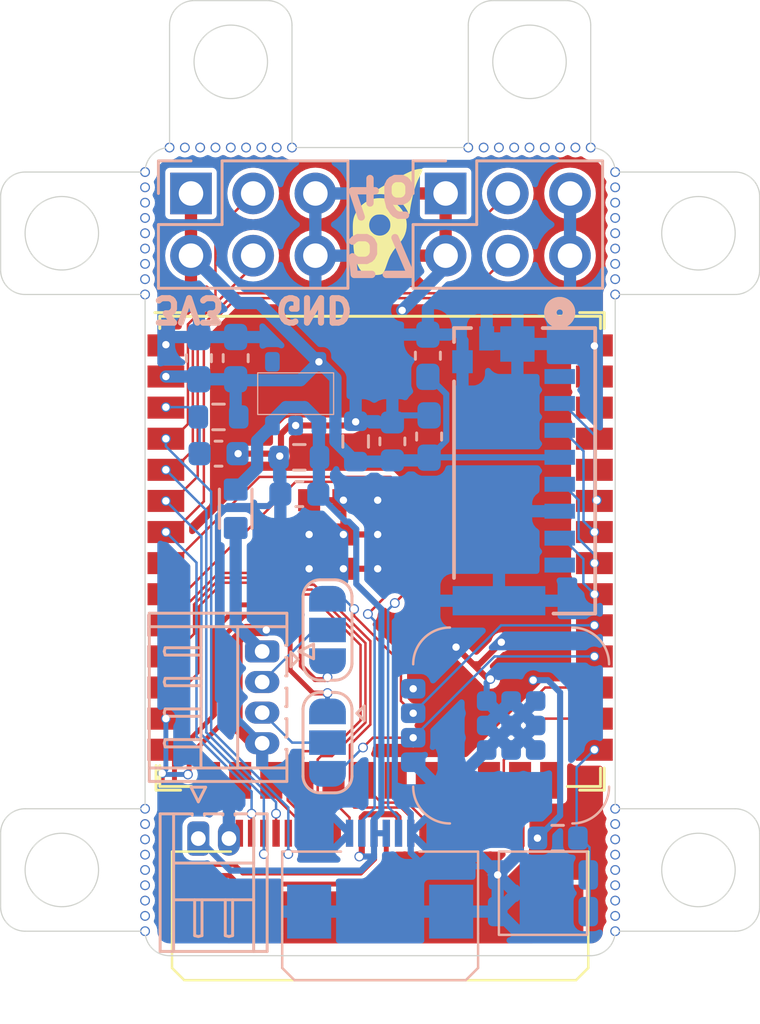
<source format=kicad_pcb>
(kicad_pcb (version 20240108) (generator "pcbnew") (generator_version "8.0")
  (layers (0 "F.Cu" signal) (31 "B.Cu" signal) (34 "B.Paste" user) (35 "F.Paste" user) (36 "B.SilkS" user "B.Silkscreen") (37 "F.SilkS" user "F.Silkscreen") (38 "B.Mask" user) (39 "F.Mask" user) (44 "Edge.Cuts" user))
  (net 0 "")
  (net 1 "GND")
  (net 2 "Net-(ESP1-GPIO0{slash}BOOT)")
  (net 3 "Net-(ESP1-EN)")
  (net 4 "+3V3")
  (net 8 "USB -")
  (net 9 "USB +")
  (net 14 "Sensor SCL")
  (net 16 "Sensor SDA")
  (net 17 "SD SPI MISO")
  (net 18 "SD SPI CLK")
  (net 19 "SD SPI MOSI")
  (net 20 "SD SPI CS")
  (net 21 "Exp 13")
  (net 22 "Exp 4")
  (net 23 "Exp 11")
  (net 24 "Exp 2")
  (net 26 "Exp 9")
  (net 27 "Exp 3")
  (net 29 "Exp 8")
  (net 30 "Exp 0")
  (net 31 "Exp 7")
  (net 32 "Exp 12")
  (net 33 "Exp 1")
  (net 34 "Exp 6")
  (net 35 "Exp 5")
  (net 36 "Exp 10")
  (net 37 "+5V")
  (net 38 "Net-(J1-Pin_1)")
  (net 39 "GPIO 0")
  (net 40 "GPIO 1")
  (net 41 "GPIO 2")
  (net 42 "GPIO 3")
  (net 43 "Net-(J1-Pin_3)")
  (net 44 "Net-(J1-Pin_2)")
  (net 45 "EXP Comms B")
  (net 46 "EXP Comms A")
  (footprint "FFC_Connector:FFC Aliexpress 0.5mm 24P" (layer "F.Cu") (at 140 112.15)
    (property "Reference" "U2" (hide yes))
    (property "Value" "Expansion" (hide yes))
  )
  (footprint "PCM_Espressif:ESP32-S3-WROOM-1U" (layer "F.Cu") (at 140 99.54)
    (property "Reference" "ESP1" (hide yes))
    (property "Value" "ESP32-S3-WROOM-1")
  )
  (footprint "Logo:Logo_5mm" (layer "F.Cu") (at 140 86.35 90)
    (property "Reference" "REF**" (hide yes))
    (property "Value" "Logo_5mm" (hide yes))
  )
  (footprint "AP7366-SOT25:AP7366" (layer "B.Cu") (at 136.55 93.25)
    (property "Reference" "U4" (hide yes))
    (property "Value" "AP7366-33W5-7" (hide yes))
  )
  (footprint "Connector_PinHeader_2.54mm:PinHeader_2x03_P2.54mm_Vertical" (layer "B.Cu") (at 142.675 85.075 -90)
    (property "Reference" "J5" (hide yes))
    (property "Value" "GPIO Pair 1" (hide yes))
  )
  (footprint "Jumper:SolderJumper-3_P1.3mm_Open_RoundedPad1.0x1.5mm" (layer "B.Cu") (at 137.85 102.9 90)
    (property "Reference" "JP1" (hide yes))
    (property "Value" "USB +" (hide yes))
  )
  (footprint "Capacitor_SMD:C_0603_1608Metric_Pad1.08x0.95mm_HandSolder" (layer "B.Cu") (at 142 95 90)
    (property "Reference" "C9" (hide yes))
    (property "Value" "22uF" (hide yes))
  )
  (footprint "Button-R-667843:Button-R-667843" (layer "B.Cu") (at 146.65 113.65 180)
    (property "Reference" "BootSW1" (hide yes))
    (property "Value" "SW_Push" (hide yes))
  )
  (footprint "Capacitor_SMD:C_0603_1608Metric" (layer "B.Cu") (at 140.500001 95.199999 90)
    (property "Reference" "C13" (hide yes))
    (property "Value" "10uF" (hide yes))
  )
  (footprint "Resistor_SMD:R_0603_1608Metric" (layer "B.Cu") (at 147.25 111.4)
    (property "Reference" "R2" (hide yes))
    (property "Value" "10K" (hide yes))
  )
  (footprint "MicroSD_473092651:CONN12_47309-2651_MOL" (layer "B.Cu") (at 145.9 96.4 90)
    (property "Reference" "J3" (hide yes))
    (property "Value" "MicroSD" (hide yes))
  )
  (footprint "Connector_Hirose:Hirose_DF13-04P-1.25DS_1x04_P1.25mm_Horizontal" (layer "B.Cu") (at 135.1825 103.775 -90)
    (property "Reference" "J1" (hide yes))
    (property "Value" "USB" (hide yes))
  )
  (footprint "Resistor_SMD:R_0603_1608Metric" (layer "B.Cu") (at 133.4 94.2 180)
    (property "Reference" "R1" (hide yes))
    (property "Value" "10K" (hide yes))
  )
  (footprint "Resistor_SMD:R_0603_1608Metric" (layer "B.Cu") (at 139.000001 95.2 90)
    (property "Reference" "C12" (hide yes))
    (property "Value" "1uF" (hide yes))
  )
  (footprint "Connector_PinHeader_2.54mm:PinHeader_2x03_P2.54mm_Vertical" (layer "B.Cu") (at 132.275 85.075 -90)
    (property "Reference" "J4" (hide yes))
    (property "Value" "GPIO Pair 0" (hide yes))
  )
  (footprint "Capacitor_SMD:C_0603_1608Metric_Pad1.08x0.95mm_HandSolder" (layer "B.Cu") (at 134.1 91.8 90)
    (property "Reference" "C7" (hide yes))
    (property "Value" "22uF" (hide yes))
  )
  (footprint "FFC_Connector:FFC Aliexpress 0.5mm 6P" (layer "B.Cu") (at 140 112.15 180)
    (property "Reference" "U3" (hide yes))
    (property "Value" "Comms Link Expansion" (hide yes))
  )
  (footprint "Sensored:Sensored" (layer "B.Cu") (at 145.35 106.8 180)
    (property "Reference" "U1" (hide yes))
    (property "Value" "Sensored" (hide yes))
  )
  (footprint "Capacitor_SMD:C_0603_1608Metric" (layer "B.Cu") (at 136.7 97.35 180)
    (property "Reference" "C1" (hide yes))
    (property "Value" "10uF" (hide yes))
  )
  (footprint "Connector_Hirose:Hirose_DF13-02P-1.25DS_1x02_P1.25mm_Horizontal" (layer "B.Cu") (at 132.575 111.4175)
    (property "Reference" "J2" (hide yes))
    (property "Value" "Power" (hide yes))
  )
  (footprint "Ferrite_Bead_MPZ1608S601ATA00:INDC1608X95N" (layer "B.Cu") (at 134.1 97.95 90)
    (property "Reference" "L1" (hide yes))
    (property "Value" "MPZ1608S601ATA00" (hide yes))
  )
  (footprint "Capacitor_SMD:C_0603_1608Metric_Pad1.08x0.95mm_HandSolder" (layer "B.Cu") (at 141.95 91.7 90)
    (property "Reference" "C10" (hide yes))
    (property "Value" "0.1uF" (hide yes))
  )
  (footprint "Jumper:SolderJumper-3_P1.3mm_Open_RoundedPad1.0x1.5mm" (layer "B.Cu") (at 137.85 107.5 -90)
    (property "Reference" "JP2" (hide yes))
    (property "Value" "USB -" (hide yes))
  )
  (footprint "Capacitor_SMD:C_0603_1608Metric_Pad1.08x0.95mm_HandSolder" (layer "B.Cu") (at 132.6 91.8 90)
    (property "Reference" "C8" (hide yes))
    (property "Value" "0.1uF" (hide yes))
  )
  (footprint "Capacitor_SMD:C_0603_1608Metric" (layer "B.Cu") (at 133.4 95.7 180)
    (property "Reference" "C6" (hide yes))
    (property "Value" "1uF" (hide yes))
  )
  (footprint "Resistor_SMD:R_0603_1608Metric" (layer "B.Cu") (at 136.7 95.85 180)
    (property "Reference" "C11" (hide yes))
    (property "Value" "1uF" (hide yes))
  )
  (gr_circle (center 127 112.7) (end 127 114.2) (stroke (width 0.05)) (fill none) (layer "Edge.Cuts"))
  (gr_line (start 143.6 78.2) (end 143.6 83.2) (stroke (width 0.05)) (layer "Edge.Cuts"))
  (gr_arc (start 155.5 88.2) (mid 155.207107 88.907107) (end 154.5 89.2) (stroke (width 0.05)) (layer "Edge.Cuts"))
  (gr_line (start 131.4 116.2) (end 148.6 116.2) (stroke (width 0.05)) (layer "Edge.Cuts"))
  (gr_arc (start 131.4 116.2) (mid 130.692893 115.907107) (end 130.4 115.2) (stroke (width 0.05)) (layer "Edge.Cuts"))
  (gr_line (start 130.4 110.2) (end 130.4 89.2) (stroke (width 0.05)) (layer "Edge.Cuts"))
  (gr_line (start 154.5 89.2) (end 149.6 89.2) (stroke (width 0.05)) (layer "Edge.Cuts"))
  (gr_line (start 144.6 77.2) (end 147.6 77.2) (stroke (width 0.05)) (layer "Edge.Cuts"))
  (gr_arc (start 154.5 84.2) (mid 155.207107 84.492893) (end 155.5 85.2) (stroke (width 0.05)) (layer "Edge.Cuts"))
  (gr_arc (start 155.5 114.2) (mid 155.207107 114.907107) (end 154.5 115.2) (stroke (width 0.05)) (layer "Edge.Cuts"))
  (gr_arc (start 147.6 77.2) (mid 148.307107 77.492893) (end 148.6 78.2) (stroke (width 0.05)) (layer "Edge.Cuts"))
  (gr_line (start 124.5 114.2) (end 124.5 111.2) (stroke (width 0.05)) (layer "Edge.Cuts"))
  (gr_arc (start 149.6 115.2) (mid 149.307107 115.907107) (end 148.6 116.2) (stroke (width 0.05)) (layer "Edge.Cuts"))
  (gr_line (start 148.6 78.2) (end 148.6 83.2) (stroke (width 0.05)) (layer "Edge.Cuts"))
  (gr_line (start 154.5 115.2) (end 149.6 115.2) (stroke (width 0.05)) (layer "Edge.Cuts"))
  (gr_circle (center 153 86.7) (end 153 85.2) (stroke (width 0.05)) (fill none) (layer "Edge.Cuts"))
  (gr_line (start 124.5 88.2) (end 124.5 85.2) (stroke (width 0.05)) (layer "Edge.Cuts"))
  (gr_line (start 154.5 84.2) (end 149.6 84.2) (stroke (width 0.05)) (layer "Edge.Cuts"))
  (gr_line (start 125.5 110.2) (end 130.4 110.2) (stroke (width 0.05)) (layer "Edge.Cuts"))
  (gr_line (start 125.5 89.2) (end 130.4 89.2) (stroke (width 0.05)) (layer "Edge.Cuts"))
  (gr_arc (start 130.4 84.2) (mid 130.692893 83.492893) (end 131.4 83.2) (stroke (width 0.05)) (layer "Edge.Cuts"))
  (gr_arc (start 124.5 111.2) (mid 124.792893 110.492893) (end 125.5 110.2) (stroke (width 0.05)) (layer "Edge.Cuts"))
  (gr_line (start 132.4 77.2) (end 135.4 77.2) (stroke (width 0.05)) (layer "Edge.Cuts"))
  (gr_line (start 149.6 89.2) (end 149.6 110.2) (stroke (width 0.05)) (layer "Edge.Cuts"))
  (gr_arc (start 124.5 85.2) (mid 124.792893 84.492893) (end 125.5 84.2) (stroke (width 0.05)) (layer "Edge.Cuts"))
  (gr_arc (start 131.4 78.2) (mid 131.692893 77.492893) (end 132.4 77.2) (stroke (width 0.05)) (layer "Edge.Cuts"))
  (gr_line (start 154.5 110.2) (end 149.6 110.2) (stroke (width 0.05)) (layer "Edge.Cuts"))
  (gr_arc (start 125.5 89.2) (mid 124.792893 88.907107) (end 124.5 88.2) (stroke (width 0.05)) (layer "Edge.Cuts"))
  (gr_circle (center 146.1 79.7) (end 144.6 79.7) (stroke (width 0.05)) (fill none) (layer "Edge.Cuts"))
  (gr_line (start 125.5 115.2) (end 130.4 115.2) (stroke (width 0.05)) (layer "Edge.Cuts"))
  (gr_circle (center 133.9 79.7) (end 132.4 79.7) (stroke (width 0.05)) (fill none) (layer "Edge.Cuts"))
  (gr_line (start 136.4 78.2) (end 136.4 83.2) (stroke (width 0.05)) (layer "Edge.Cuts"))
  (gr_line (start 131.4 78.2) (end 131.4 83.2) (stroke (width 0.05)) (layer "Edge.Cuts"))
  (gr_circle (center 153 112.7) (end 153 111.2) (stroke (width 0.05)) (fill none) (layer "Edge.Cuts"))
  (gr_arc (start 154.5 110.2) (mid 155.207107 110.492893) (end 155.5 111.2) (stroke (width 0.05)) (layer "Edge.Cuts"))
  (gr_line (start 155.5 85.2) (end 155.5 88.2) (stroke (width 0.05)) (layer "Edge.Cuts"))
  (gr_line (start 155.5 111.2) (end 155.5 114.2) (stroke (width 0.05)) (layer "Edge.Cuts"))
  (gr_arc (start 135.4 77.2) (mid 136.107107 77.492893) (end 136.4 78.2) (stroke (width 0.05)) (layer "Edge.Cuts"))
  (gr_line (start 136.4 83.2) (end 143.6 83.2) (stroke (width 0.05)) (layer "Edge.Cuts"))
  (gr_arc (start 125.5 115.2) (mid 124.792893 114.907107) (end 124.5 114.2) (stroke (width 0.05)) (layer "Edge.Cuts"))
  (gr_circle (center 127 86.7) (end 127 88.2) (stroke (width 0.05)) (fill none) (layer "Edge.Cuts"))
  (gr_arc (start 143.6 78.2) (mid 143.892893 77.492893) (end 144.6 77.2) (stroke (width 0.05)) (layer "Edge.Cuts"))
  (gr_arc (start 148.6 83.2) (mid 149.307107 83.492893) (end 149.6 84.2) (stroke (width 0.05)) (layer "Edge.Cuts"))
  (gr_line (start 125.5 84.2) (end 130.4 84.2) (stroke (width 0.05)) (layer "Edge.Cuts"))
  (gr_text "7\n6" (at 140.75 86.35 180) (layer "B.SilkS") (effects (font (size 1.5 1.5) (thickness 0.3) (bold yes)) (justify mirror)))
  (gr_text "3V3" (at 132.2 89.8 180) (layer "B.SilkS") (effects (font (size 1 1) (thickness 0.25) (bold yes)) (justify mirror)))
  (gr_text "GND" (at 137.3 89.8 180) (layer "B.SilkS") (effects (font (size 1 1) (thickness 0.25) (bold yes)) (justify mirror)))
  (gr_text "5\n4" (at 139.3 86.35 180) (layer "B.SilkS") (effects (font (size 1.5 1.5) (thickness 0.3) (bold yes)) (justify mirror)))
  (via (at 130.4 88.575) (size 0.4) (drill 0.3) (layers "F.Cu" "B.Cu") (net 0))
  (via (at 149.6 113.325) (size 0.4) (drill 0.3) (layers "F.Cu" "B.Cu") (net 0))
  (via (at 130.4 86.075) (size 0.4) (drill 0.3) (layers "F.Cu" "B.Cu") (net 0))
  (via (at 136.4 83.2) (size 0.4) (drill 0.3) (layers "F.Cu" "B.Cu") (net 0))
  (via (at 131.4 83.2) (size 0.4) (drill 0.3) (layers "F.Cu" "B.Cu") (net 0))
  (via (at 130.4 110.825) (size 0.4) (drill 0.3) (layers "F.Cu" "B.Cu") (net 0))
  (via (at 147.350001 83.2) (size 0.4) (drill 0.3) (layers "F.Cu" "B.Cu") (net 0))
  (via (at 149.6 87.95) (size 0.4) (drill 0.3) (layers "F.Cu" "B.Cu") (net 0))
  (via (at 149.6 89.2) (size 0.4) (drill 0.3) (layers "F.Cu" "B.Cu") (net 0))
  (via (at 135.150001 83.2) (size 0.4) (drill 0.3) (layers "F.Cu" "B.Cu") (net 0))
  (via (at 130.4 111.45) (size 0.4) (drill 0.3) (layers "F.Cu" "B.Cu") (net 0))
  (via (at 149.6 111.45) (size 0.4) (drill 0.3) (layers "F.Cu" "B.Cu") (net 0))
  (via (at 148.6 83.2) (size 0.4) (drill 0.3) (layers "F.Cu" "B.Cu") (net 0))
  (via (at 130.4 114.575) (size 0.4) (drill 0.3) (layers "F.Cu" "B.Cu") (net 0))
  (via (at 149.6 112.7) (size 0.4) (drill 0.3) (layers "F.Cu" "B.Cu") (net 0))
  (via (at 149.6 110.2) (size 0.4) (drill 0.3) (layers "F.Cu" "B.Cu") (net 0))
  (via (at 130.4 113.95) (size 0.4) (drill 0.3) (layers "F.Cu" "B.Cu") (net 0))
  (via (at 146.725 83.2) (size 0.4) (drill 0.3) (layers "F.Cu" "B.Cu") (net 0))
  (via (at 149.6 87.325) (size 0.4) (drill 0.3) (layers "F.Cu" "B.Cu") (net 0))
  (via (at 135.775 83.2) (size 0.4) (drill 0.3) (layers "F.Cu" "B.Cu") (net 0))
  (via (at 130.4 112.7) (size 0.4) (drill 0.3) (layers "F.Cu" "B.Cu") (net 0))
  (via (at 149.6 115.2) (size 0.4) (drill 0.3) (layers "F.Cu" "B.Cu") (net 0))
  (via (at 149.6 110.825) (size 0.4) (drill 0.3) (layers "F.Cu" "B.Cu") (net 0))
  (via (at 149.6 84.825) (size 0.4) (drill 0.3) (layers "F.Cu" "B.Cu") (net 0))
  (via (at 149.6 88.575) (size 0.4) (drill 0.3) (layers "F.Cu" "B.Cu") (net 0))
  (via (at 130.4 84.825) (size 0.4) (drill 0.3) (layers "F.Cu" "B.Cu") (net 0))
  (via (at 149.6 85.45) (size 0.4) (drill 0.3) (layers "F.Cu" "B.Cu") (net 0))
  (via (at 146.1 83.2) (size 0.4) (drill 0.3) (layers "F.Cu" "B.Cu") (net 0))
  (via (at 130.4 85.45) (size 0.4) (drill 0.3) (layers "F.Cu" "B.Cu") (net 0))
  (via (at 132.025 83.2) (size 0.4) (drill 0.3) (layers "F.Cu" "B.Cu") (net 0))
  (via (at 130.4 87.95) (size 0.4) (drill 0.3) (layers "F.Cu" "B.Cu") (net 0))
  (via (at 132.650001 83.2) (size 0.4) (drill 0.3) (layers "F.Cu" "B.Cu") (net 0))
  (via (at 144.850001 83.2) (size 0.4) (drill 0.3) (layers "F.Cu" "B.Cu") (net 0))
  (via (at 130.4 89.2) (size 0.4) (drill 0.3) (layers "F.Cu" "B.Cu") (net 0))
  (via (at 147.975 83.2) (size 0.4) (drill 0.3) (layers "F.Cu" "B.Cu") (net 0))
  (via (at 130.4 84.2) (size 0.4) (drill 0.3) (layers "F.Cu" "B.Cu") (net 0))
  (via (at 145.475 83.2) (size 0.4) (drill 0.3) (layers "F.Cu" "B.Cu") (net 0))
  (via (at 130.4 86.7) (size 0.4) (drill 0.3) (layers "F.Cu" "B.Cu") (net 0))
  (via (at 130.4 87.325) (size 0.4) (drill 0.3) (layers "F.Cu" "B.Cu") (net 0))
  (via (at 143.6 83.2) (size 0.4) (drill 0.3) (layers "F.Cu" "B.Cu") (net 0))
  (via (at 149.6 84.2) (size 0.4) (drill 0.3) (layers "F.Cu" "B.Cu") (net 0))
  (via (at 133.9 83.2) (size 0.4) (drill 0.3) (layers "F.Cu" "B.Cu") (net 0))
  (via (at 149.6 114.575) (size 0.4) (drill 0.3) (layers "F.Cu" "B.Cu") (net 0))
  (via (at 149.6 86.075) (size 0.4) (drill 0.3) (layers "F.Cu" "B.Cu") (net 0))
  (via (at 149.6 113.95) (size 0.4) (drill 0.3) (layers "F.Cu" "B.Cu") (net 0))
  (via (at 130.4 112.075) (size 0.4) (drill 0.3) (layers "F.Cu" "B.Cu") (net 0))
  (via (at 133.275 83.2) (size 0.4) (drill 0.3) (layers "F.Cu" "B.Cu") (net 0))
  (via (at 130.4 115.2) (size 0.4) (drill 0.3) (layers "F.Cu" "B.Cu") (net 0))
  (via (at 149.6 86.7) (size 0.4) (drill 0.3) (layers "F.Cu" "B.Cu") (net 0))
  (via (at 149.6 112.075) (size 0.4) (drill 0.3) (layers "F.Cu" "B.Cu") (net 0))
  (via (at 130.4 110.2) (size 0.4) (drill 0.3) (layers "F.Cu" "B.Cu") (net 0))
  (via (at 144.225 83.2) (size 0.4) (drill 0.3) (layers "F.Cu" "B.Cu") (net 0))
  (via (at 130.4 113.325) (size 0.4) (drill 0.3) (layers "F.Cu" "B.Cu") (net 0))
  (via (at 134.525 83.2) (size 0.4) (drill 0.3) (layers "F.Cu" "B.Cu") (net 0))
  (segment (start 137.1 100.4) (end 139.9 100.4) (width 0.25) (layer "F.Cu") (net 1))
  (segment (start 134.1325 106.8325) (end 134.824999 107.524999) (width 0.5) (layer "F.Cu") (net 1))
  (segment (start 145.75 111.2) (end 145.75 111.949999) (width 0.25) (layer "F.Cu") (net 1))
  (segment (start 138.85 94.55) (end 136.55 94.55) (width 0.25) (layer "F.Cu") (net 1))
  (segment (start 137.1 97.6) (end 137.1 100.4) (width 0.25) (layer "F.Cu") (net 1))
  (segment (start 143.8 104.3) (end 144.05 104.3) (width 0.25) (layer "F.Cu") (net 1))
  (segment (start 148.75 91.28) (end 148.75 91.3) (width 0.25) (layer "F.Cu") (net 1))
  (segment (start 135.35 102.9) (end 134.538092 102.9) (width 0.5) (layer "F.Cu") (net 1))
  (segment (start 137.1 97.6) (end 139.9 97.6) (width 0.25) (layer "F.Cu") (net 1))
  (segment (start 135.95 94.9) (end 135.95 95.75) (width 0.25) (layer "F.Cu") (net 1))
  (segment (start 131.25 91.28) (end 131.25 91.25) (width 0.25) (layer "F.Cu") (net 1))
  (segment (start 139.9 100.4) (end 139.9 97.6) (width 0.25) (layer "F.Cu") (net 1))
  (segment (start 144.4 104.9) (end 144.5 104.9) (width 0.25) (layer "F.Cu") (net 1))
  (segment (start 134.2 95.7) (end 135.8 95.7) (width 0.25) (layer "F.Cu") (net 1))
  (segment (start 135.8 95.7) (end 135.9 95.8) (width 0.25) (layer "F.Cu") (net 1))
  (segment (start 144.05 104.3) (end 144.95 103.4) (width 0.25) (layer "F.Cu") (net 1))
  (segment (start 134.824999 107.524999) (end 135.1825 107.524999) (width 0.5) (layer "F.Cu") (net 1))
  (segment (start 134.1325 103.305592) (end 134.1325 106.8325) (width 0.5) (layer "F.Cu") (net 1))
  (segment (start 138.5 97.6) (end 138.5 100.4) (width 0.25) (layer "F.Cu") (net 1))
  (segment (start 145.75 111.949999) (end 144.8 112.899999) (width 0.25) (layer "F.Cu") (net 1))
  (segment (start 143.1 103.6) (end 143.8 104.3) (width 0.25) (layer "F.Cu") (net 1))
  (segment (start 136.55 94.55) (end 136.3 94.55) (width 0.25) (layer "F.Cu") (net 1))
  (segment (start 143.8 104.3) (end 144.4 104.9) (width 0.25) (layer "F.Cu") (net 1))
  (segment (start 137.1 99) (end 139.9 99) (width 0.25) (layer "F.Cu") (net 1))
  (segment (start 139 94.4) (end 138.85 94.55) (width 0.25) (layer "F.Cu") (net 1))
  (segment (start 136.3 94.55) (end 135.95 94.9) (width 0.25) (layer "F.Cu") (net 1))
  (segment (start 134.538092 102.9) (end 134.1325 103.305592) (width 0.5) (layer "F.Cu") (net 1))
  (segment (start 135.95 95.75) (end 135.9 95.8) (width 0.25) (layer "F.Cu") (net 1))
  (via (at 139.9 100.4) (size 0.4) (drill 0.3) (layers "F.Cu" "B.Cu") (net 1))
  (via (at 131.25 91.25) (size 0.4) (drill 0.3) (layers "F.Cu" "B.Cu") (net 1))
  (via (at 139 94.4) (size 0.4) (drill 0.3) (layers "F.Cu" "B.Cu") (net 1))
  (via (at 137.1 100.4) (size 0.4) (drill 0.3) (layers "F.Cu" "B.Cu") (net 1))
  (via (at 138.5 100.4) (size 0.4) (drill 0.3) (layers "F.Cu" "B.Cu") (net 1))
  (via (at 144.5 104.9) (size 0.4) (drill 0.3) (layers "F.Cu" "B.Cu") (net 1))
  (via (at 134.2 95.7) (size 0.4) (drill 0.3) (layers "F.Cu" "B.Cu") (net 1))
  (via (at 139.9 99) (size 0.4) (drill 0.3) (layers "F.Cu" "B.Cu") (net 1))
  (via (at 136.55 94.55) (size 0.4) (drill 0.3) (layers "F.Cu" "B.Cu") (net 1))
  (via (at 135.35 102.9) (size 0.4) (drill 0.3) (layers "F.Cu" "B.Cu") (net 1))
  (via (at 137.1 99) (size 0.4) (drill 0.3) (layers "F.Cu" "B.Cu") (net 1))
  (via (at 138.5 99) (size 0.4) (drill 0.3) (layers "F.Cu" "B.Cu") (net 1))
  (via (at 139.9 97.6) (size 0.4) (drill 0.3) (layers "F.Cu" "B.Cu") (net 1))
  (via (at 138.5 97.6) (size 0.4) (drill 0.3) (layers "F.Cu" "B.Cu") (net 1))
  (via (at 148.75 91.3) (size 0.4) (drill 0.3) (layers "F.Cu" "B.Cu") (net 1))
  (via (at 135.9 95.8) (size 0.4) (drill 0.3) (layers "F.Cu" "B.Cu") (net 1))
  (via (at 144.95 103.4) (size 0.4) (drill 0.3) (layers "F.Cu" "B.Cu") (net 1))
  (via (at 143.1 103.6) (size 0.4) (drill 0.3) (layers "F.Cu" "B.Cu") (net 1))
  (via (at 144.8 112.899999) (size 0.4) (drill 0.3) (layers "F.Cu" "B.Cu") (net 1))
  (segment (start 140.6 109.75) (end 140.6 102.55) (width 0.25) (layer "B.Cu") (net 1))
  (segment (start 141.799999 112.549999) (end 141.25 112) (width 0.25) (layer "B.Cu") (net 1))
  (segment (start 141.25 100.1) (end 140.15 99) (width 0.25) (layer "B.Cu") (net 1))
  (segment (start 131.45 112.3) (end 131.45 110.35) (width 0.5) (layer "B.Cu") (net 1))
  (segment (start 140.6 102.55) (end 141.25 101.9) (width 0.25) (layer "B.Cu") (net 1))
  (segment (start 141.25 110.4) (end 140.6 109.75) (width 0.25) (layer "B.Cu") (net 1))
  (segment (start 144.8 114.400001) (end 144.8 112.899999) (width 0.5) (layer "B.Cu") (net 1))
  (segment (start 140.787501 94.137499) (end 140.500001 94.424999) (width 0.25) (layer "B.Cu") (net 1))
  (segment (start 143.1 103.45) (end 143.1 103.6) (width 0.25) (layer "B.Cu") (net 1))
  (segment (start 135.35 102.15) (end 137.1 100.4) (width 0.5) (layer "B.Cu") (net 1))
  (segment (start 135.35 102.9) (end 135.35 102.15) (width 0.5) (layer "B.Cu") (net 1))
  (segment (start 141.25 111.2) (end 141.25 110.4) (width 0.25) (layer "B.Cu") (net 1))
  (segment (start 141.25 101.9) (end 141.25 100.1) (width 0.25) (layer "B.Cu") (net 1))
  (segment (start 135.925 97.35) (end 135.435 97.84) (width 0.25) (layer "B.Cu") (net 1))
  (segment (start 137.1 114.4) (end 133.55 114.4) (width 0.5) (layer "B.Cu") (net 1))
  (segment (start 141.25 112) (end 141.25 111.2) (width 0.25) (layer "B.Cu") (net 1))
  (segment (start 140.15 99) (end 139.9 99) (width 0.25) (layer "B.Cu") (net 1))
  (segment (start 132.1 109.7) (end 133.45 109.7) (width 0.5) (layer "B.Cu") (net 1))
  (segment (start 139.000001 94.375) (end 139.000001 94.399999) (width 0.25) (layer "B.Cu") (net 1))
  (segment (start 144.799999 114.4) (end 144.8 114.400001) (width 0.5) (layer "B.Cu") (net 1))
  (segment (start 144.35 105.8) (end 144.35 105.05) (width 0.25) (layer "B.Cu") (net 1))
  (segment (start 133.55 114.4) (end 131.45 112.3) (width 0.5) (layer "B.Cu") (net 1))
  (segment (start 137.1 114.4) (end 142.9 114.4) (width 0.5) (layer "B.Cu") (net 1))
  (segment (start 142.9 114.4) (end 144.799999 114.4) (width 0.5) (layer "B.Cu") (net 1))
  (segment (start 144.85 112.549999) (end 141.799999 112.549999) (width 0.25) (layer "B.Cu") (net 1))
  (segment (start 133.375 105.717499) (end 135.1825 107.524999) (width 0.25) (layer "B.Cu") (net 1))
  (segment (start 142.2 102.55) (end 143.1 103.45) (width 0.25) (layer "B.Cu") (net 1))
  (segment (start 144.35 105.05) (end 144.5 104.9) (width 0.25) (layer "B.Cu") (net 1))
  (segment (start 135.875 95.85) (end 135.875 95.825) (width 0.25) (layer "B.Cu") (net 1))
  (segment (start 133.785 97.84) (end 133.375 98.25) (width 0.25) (layer "B.Cu") (net 1))
  (segment (start 135.875 95.825) (end 135.9 95.8) (width 0.25) (layer "B.Cu") (net 1))
  (segment (start 133.824999 110.074999) (end 133.824999 111.4175) (width 0.5) (layer "B.Cu") (net 1))
  (segment (start 134.175 95.7) (end 134.2 95.7) (width 0.25) (layer "B.Cu") (net 1))
  (segment (start 139.000001 94.399999) (end 139 94.4) (width 0.25) (layer "B.Cu") (net 1))
  (segment (start 135.435 97.84) (end 133.785 97.84) (width 0.25) (layer "B.Cu") (net 1))
  (segment (start 142 94.137499) (end 140.787501 94.137499) (width 0.25) (layer "B.Cu") (net 1))
  (segment (start 140.6 102.55) (end 142.2 102.55) (width 0.25) (layer "B.Cu") (net 1))
  (segment (start 133.375 98.25) (end 133.375 105.717499) (width 0.25) (layer "B.Cu") (net 1))
  (segment (start 133.45 109.7) (end 133.824999 110.074999) (width 0.5) (layer "B.Cu") (net 1))
  (segment (start 131.45 110.35) (end 132.1 109.7) (width 0.5) (layer "B.Cu") (net 1))
  (via (at 148.75 107.79) (size 0.4) (drill 0.3) (layers "F.Cu" "B.Cu") (net 2))
  (segment (start 148.55 114.050001) (end 148.55 111.775) (width 0.1) (layer "B.Cu") (net 2))
  (segment (start 148.025 111.25) (end 148.025 108.515) (width 0.1) (layer "B.Cu") (net 2))
  (segment (start 148.025 108.515) (end 148.75 107.79) (width 0.1) (layer "B.Cu") (net 2))
  (segment (start 148.55 111.775) (end 148.025 111.25) (width 0.1) (layer "B.Cu") (net 2))
  (segment (start 131.25 93.82) (end 131.25 93.8) (width 0.1) (layer "F.Cu") (net 3))
  (via (at 131.25 93.8) (size 0.4) (drill 0.3) (layers "F.Cu" "B.Cu") (net 3))
  (segment (start 132.625 94.25) (end 132.575 94.2) (width 0.1) (layer "B.Cu") (net 3))
  (segment (start 131.25 93.8) (end 132.175 93.8) (width 0.1) (layer "B.Cu") (net 3))
  (segment (start 132.175 93.8) (end 132.575 94.2) (width 0.1) (layer "B.Cu") (net 3))
  (segment (start 132.625 95.7) (end 132.625 94.25) (width 0.1) (layer "B.Cu") (net 3))
  (segment (start 144.975 105.425) (end 141.475 105.425) (width 0.25) (layer "F.Cu") (net 4))
  (segment (start 145.45 104.95) (end 146.25 104.95) (width 0.25) (layer "F.Cu") (net 4))
  (segment (start 145.35 105.05) (end 144.975 105.425) (width 0.25) (layer "F.Cu") (net 4))
  (segment (start 132.275 85.075) (end 132.275 87.615) (width 0.5) (layer "F.Cu") (net 4))
  (segment (start 140.9 89.85) (end 138.8 91.95) (width 0.5) (layer "F.Cu") (net 4))
  (segment (start 145.35 105.05) (end 145.45 104.95) (width 0.25) (layer "F.Cu") (net 4))
  (segment (start 138.8 91.95) (end 137.5 91.95) (width 0.5) (layer "F.Cu") (net 4))
  (segment (start 141.475 105.425) (end 141.35 105.3) (width 0.25) (layer "F.Cu") (net 4))
  (via (at 146.425 111.4) (size 0.4) (drill 0.3) (layers "F.Cu" "B.Cu") (net 4))
  (via (at 141.35 105.3) (size 0.4) (drill 0.3) (layers "F.Cu" "B.Cu") (net 4))
  (via (at 131.25 92.55) (size 0.4) (drill 0.3) (layers "F.Cu" "B.Cu") (net 4))
  (via (at 146.25 104.95) (size 0.4) (drill 0.3) (layers "F.Cu" "B.Cu") (net 4))
  (via (at 140.9 89.85) (size 0.4) (drill 0.3) (layers "F.Cu" "B.Cu") (net 4))
  (via (at 137.5 91.95) (size 0.4) (drill 0.3) (layers "F.Cu" "B.Cu") (net 4))
  (segment (start 141.887502 95.974999) (end 142 95.862501) (width 0.5) (layer "B.Cu") (net 4))
  (segment (start 147.35 105.45) (end 147.35 110.475) (width 0.25) (layer "B.Cu") (net 4))
  (segment (start 137.452943 91.95) (end 137.5 91.95) (width 0.5) (layer "B.Cu") (net 4))
  (segment (start 132.6 92.662501) (end 134.1 92.662501) (width 0.5) (layer "B.Cu") (net 4))
  (segment (start 135.052943 89.55) (end 137.452943 91.95) (width 0.5) (layer "B.Cu") (net 4))
  (segment (start 147.35 110.475) (end 146.425 111.4) (width 0.25) (layer "B.Cu") (net 4))
  (segment (start 146.85 104.95) (end 147.35 105.45) (width 0.25) (layer "B.Cu") (net 4))
  (segment (start 146.25 104.95) (end 146.85 104.95) (width 0.25) (layer "B.Cu") (net 4))
  (segment (start 140.500001 95.974999) (end 141.887502 95.974999) (width 0.5) (layer "B.Cu") (net 4))
  (segment (start 134.1 94.075) (end 134.225 94.2) (width 0.5) (layer "B.Cu") (net 4))
  (segment (start 147.3339 95.84999) (end 142.012511 95.84999) (width 0.25) (layer "B.Cu") (net 4))
  (segment (start 136.75 92.7) (end 137.5 91.95) (width 0.5) (layer "B.Cu") (net 4))
  (segment (start 139.000001 96.025) (end 140.45 96.025) (width 0.5) (layer "B.Cu") (net 4))
  (segment (start 134.21 89.55) (end 135.052943 89.55) (width 0.5) (layer "B.Cu") (net 4))
  (segment (start 131.25 92.55) (end 132.487499 92.55) (width 0.5) (layer "B.Cu") (net 4))
  (segment (start 140.45 96.025) (end 140.500001 95.974999) (width 0.5) (layer "B.Cu") (net 4))
  (segment (start 138.175001 95.2) (end 139.000001 96.025) (width 0.5) (layer "B.Cu") (net 4))
  (segment (start 142.7 93.2675) (end 142.7 95.162501) (width 0.25) (layer "B.Cu") (net 4))
  (segment (start 132.487499 92.55) (end 132.6 92.662501) (width 0.5) (layer "B.Cu") (net 4))
  (segment (start 134.362501 92.662501) (end 134.4 92.7) (width 0.5) (layer "B.Cu") (net 4))
  (segment (start 137.5 91.95) (end 138.175001 92.625001) (width 0.5) (layer "B.Cu") (net 4))
  (segment (start 142.012511 95.84999) (end 142 95.862501) (width 0.25) (layer "B.Cu") (net 4))
  (segment (start 142.675 88.075) (end 142.675 87.615) (width 0.5) (layer "B.Cu") (net 4))
  (segment (start 134.1 92.662501) (end 134.362501 92.662501) (width 0.5) (layer "B.Cu") (net 4))
  (segment (start 140.9 89.85) (end 142.675 88.075) (width 0.5) (layer "B.Cu") (net 4))
  (segment (start 142.7 95.162501) (end 142 95.862501) (width 0.25) (layer "B.Cu") (net 4))
  (segment (start 138.175001 92.625001) (end 138.175001 95.2) (width 0.5) (layer "B.Cu") (net 4))
  (segment (start 142.2 92.7675) (end 142.7 93.2675) (width 0.25) (layer "B.Cu") (net 4))
  (segment (start 134.1 92.662501) (end 134.1 94.075) (width 0.5) (layer "B.Cu") (net 4))
  (segment (start 132.275 87.615) (end 134.21 89.55) (width 0.5) (layer "B.Cu") (net 4))
  (segment (start 134.4 92.7) (end 136.75 92.7) (width 0.5) (layer "B.Cu") (net 4))
  (segment (start 139.3932 113.275) (end 140.225 112.4432) (width 0.2) (layer "F.Cu") (net 8))
  (segment (start 132.2 108.75) (end 132.2 108.05) (width 0.2) (layer "F.Cu") (net 8))
  (segment (start 131.9068 112.925) (end 133.8568 112.925) (width 0.2) (layer "F.Cu") (net 8))
  (segment (start 131.1 108.75) (end 131.1 112.1182) (width 0.2) (layer "F.Cu") (net 8))
  (segment (start 133.8568 112.925) (end 134.2068 113.275) (width 0.2) (layer "F.Cu") (net 8))
  (segment (start 134.4432 102.325) (end 135.482107 102.325) (width 0.2) (layer "F.Cu") (net 8))
  (segment (start 135.482107 102.325) (end 136.325 103.167893) (width 0.2) (layer "F.Cu") (net 8))
  (segment (start 137.2568 105.475) (end 137.85 105.475) (width 0.2) (layer "F.Cu") (net 8))
  (segment (start 132.2 108.05) (end 133.6825 106.5675) (width 0.2) (layer "F.Cu") (net 8))
  (segment (start 133.6825 103.0857) (end 134.4432 102.325) (width 0.2) (layer "F.Cu") (net 8))
  (segment (start 136.325 104.5432) (end 137.2568 105.475) (width 0.2) (layer "F.Cu") (net 8))
  (segment (start 140.225 112.4432) (end 140.225 112.050001) (width 0.2) (layer "F.Cu") (net 8))
  (segment (start 136.325 103.167893) (end 136.325 104.5432) (width 0.2) (layer "F.Cu") (net 8))
  (segment (start 131.1 112.1182) (end 131.9068 112.925) (width 0.2) (layer "F.Cu") (net 8))
  (segment (start 133.6825 106.5675) (end 133.6825 103.0857) (width 0.2) (layer "F.Cu") (net 8))
  (segment (start 134.2068 113.275) (end 139.3932 113.275) (width 0.2) (layer "F.Cu") (net 8))
  (segment (start 140.225 112.050001) (end 140.25 112.025001) (width 0.2) (layer "F.Cu") (net 8))
  (segment (start 140.25 112.025001) (end 140.25 111.2) (width 0.2) (layer "F.Cu") (net 8))
  (segment (start 132.15 108.8) (end 132.2 108.75) (width 0.2) (layer "F.Cu") (net 8))
  (via (at 132.15 108.8) (size 0.4) (drill 0.3) (layers "F.Cu" "B.Cu") (net 8))
  (via (at 131.1 108.75) (size 0.4) (drill 0.3) (layers "F.Cu" "B.Cu") (net 8))
  (via (at 137.85 105.475) (size 0.4) (drill 0.3) (layers "F.Cu" "B.Cu") (net 8))
  (via (at 131.25 106.52) (size 0.4) (drill 0.3) (layers "F.Cu" "B.Cu") (net 8))
  (segment (start 132.15 108.8) (end 131.15 108.8) (width 0.2) (layer "B.Cu") (net 8))
  (segment (start 131.25 108.6) (end 131.1 108.75) (width 0.2) (layer "B.Cu") (net 8))
  (segment (start 137.85 105.475) (end 137.85 106.2) (width 0.2) (layer "B.Cu") (net 8))
  (segment (start 131.25 106.52) (end 131.25 108.6) (width 0.2) (layer "B.Cu") (net 8))
  (segment (start 131.15 108.8) (end 131.1 108.75) (width 0.2) (layer "B.Cu") (net 8))
  (segment (start 139.2068 112.825) (end 139.775 112.2568) (width 0.2) (layer "F.Cu") (net 9))
  (segment (start 139.775 112.050001) (end 139.75 112.025001) (width 0.2) (layer "F.Cu") (net 9))
  (segment (start 131.25 107.79) (end 131.305 107.845) (width 0.2) (layer "F.Cu") (net 9))
  (segment (start 134.0432 112.475) (end 134.3932 112.825) (width 0.2) (layer "F.Cu") (net 9))
  (segment (start 137.750001 104.924999) (end 137.85 104.825) (width 0.2) (layer "F.Cu") (net 9))
  (segment (start 131.6 111.9818) (end 132.0932 112.475) (width 0.2) (layer "F.Cu") (net 9))
  (segment (start 132.0932 112.475) (end 134.0432 112.475) (width 0.2) (layer "F.Cu") (net 9))
  (segment (start 134.3932 112.825) (end 139.2068 112.825) (width 0.2) (layer "F.Cu") (net 9))
  (segment (start 131.6 108.14) (end 131.6 111.9818) (width 0.2) (layer "F.Cu") (net 9))
  (segment (start 134.2568 101.875) (end 135.675 101.875) (width 0.2) (layer "F.Cu") (net 9))
  (segment (start 139.75 112.025001) (end 139.75 111.2) (width 0.2) (layer "F.Cu") (net 9))
  (segment (start 136.775 104.3568) (end 137.343199 104.924999) (width 0.2) (layer "F.Cu") (net 9))
  (segment (start 133.2325 102.8993) (end 134.2568 101.875) (width 0.2) (layer "F.Cu") (net 9))
  (segment (start 137.343199 104.924999) (end 137.750001 104.924999) (width 0.2) (layer "F.Cu") (net 9))
  (segment (start 131.305 107.845) (end 131.755 107.845) (width 0.2) (layer "F.Cu") (net 9))
  (segment (start 136.775 102.975) (end 136.775 104.3568) (width 0.2) (layer "F.Cu") (net 9))
  (segment (start 133.2325 106.3675) (end 133.2325 102.8993) (width 0.2) (layer "F.Cu") (net 9))
  (segment (start 135.675 101.875) (end 136.775 102.975) (width 0.2) (layer "F.Cu") (net 9))
  (segment (start 131.25 107.79) (end 131.6 108.14) (width 0.2) (layer "F.Cu") (net 9))
  (segment (start 139.775 112.2568) (end 139.775 112.050001) (width 0.2) (layer "F.Cu") (net 9))
  (segment (start 131.755 107.845) (end 133.2325 106.3675) (width 0.2) (layer "F.Cu") (net 9))
  (via (at 137.85 104.825) (size 0.4) (drill 0.3) (layers "F.Cu" "B.Cu") (net 9))
  (segment (start 137.85 104.825) (end 137.85 104.2) (width 0.2) (layer "B.Cu") (net 9))
  (segment (start 139.7 107.3) (end 141.349999 107.3) (width 0.1) (layer "F.Cu") (net 14))
  (segment (start 139.3 107.7) (end 139.7 107.3) (width 0.1) (layer "F.Cu") (net 14))
  (via (at 141.349999 107.3) (size 0.4) (drill 0.3) (layers "F.Cu" "B.Cu") (net 14))
  (via (at 148.75 103.98) (size 0.4) (drill 0.3) (layers "F.Cu" "B.Cu") (net 14))
  (via (at 139.3 107.7) (size 0.4) (drill 0.3) (layers "F.Cu" "B.Cu") (net 14))
  (segment (start 144.669999 103.98) (end 148.75 103.98) (width 0.1) (layer "B.Cu") (net 14))
  (segment (start 141.349999 107.3) (end 144.669999 103.98) (width 0.1) (layer "B.Cu") (net 14))
  (segment (start 137.85 108.8) (end 138.2 108.8) (width 0.1) (layer "B.Cu") (net 14))
  (segment (start 138.2 108.8) (end 139.3 107.7) (width 0.1) (layer "B.Cu") (net 14))
  (segment (start 141.35 106.3) (end 140.85 105.8) (width 0.1) (layer "F.Cu") (net 16))
  (segment (start 138.936121 102.322518) (end 138.936121 102.044953) (width 0.1) (layer "F.Cu") (net 16))
  (segment (start 140.85 104.236397) (end 138.936121 102.322518) (width 0.1) (layer "F.Cu") (net 16))
  (segment (start 140.85 105.8) (end 140.85 104.236397) (width 0.1) (layer "F.Cu") (net 16))
  (segment (start 141.349999 106.3) (end 141.35 106.3) (width 0.1) (layer "F.Cu") (net 16))
  (via (at 138.936121 102.044953) (size 0.4) (drill 0.3) (layers "F.Cu" "B.Cu") (net 16))
  (via (at 141.349999 106.3) (size 0.4) (drill 0.3) (layers "F.Cu" "B.Cu") (net 16))
  (via (at 148.75 102.71) (size 0.4) (drill 0.3) (layers "F.Cu" "B.Cu") (net 16))
  (segment (start 148.75 102.71) (end 144.939999 102.71) (width 0.1) (layer "B.Cu") (net 16))
  (segment (start 144.939999 102.71) (end 141.349999 106.3) (width 0.1) (layer "B.Cu") (net 16))
  (segment (start 138.936121 102.044953) (end 138.491168 101.6) (width 0.1) (layer "B.Cu") (net 16))
  (segment (start 138.491168 101.6) (end 137.85 101.6) (width 0.1) (layer "B.Cu") (net 16))
  (segment (start 148.75 102.750517) (end 148.75 102.71) (width 0.1) (layer "B.Cu") (net 16))
  (via (at 148.75 101.44) (size 0.4) (drill 0.3) (layers "F.Cu" "B.Cu") (net 17))
  (segment (start 147.449988 99.149988) (end 148.3 100) (width 0.1) (layer "B.Cu") (net 17))
  (segment (start 148.3 100) (end 148.3 100.99) (width 0.1) (layer "B.Cu") (net 17))
  (segment (start 147.3339 99.149988) (end 147.449988 99.149988) (width 0.1) (layer "B.Cu") (net 17))
  (segment (start 148.3 100.99) (end 148.75 101.44) (width 0.1) (layer "B.Cu") (net 17))
  (via (at 148.75 100.17) (size 0.4) (drill 0.3) (layers "F.Cu" "B.Cu") (net 18))
  (segment (start 147.3339 96.949987) (end 147.460999 96.949987) (width 0.1) (layer "B.Cu") (net 18))
  (segment (start 148.75 99.817157) (end 148.75 100.17) (width 0.1) (layer "B.Cu") (net 18))
  (segment (start 147.460999 96.949987) (end 148.1062 97.595188) (width 0.1) (layer "B.Cu") (net 18))
  (segment (start 148.1062 99.173357) (end 148.75 99.817157) (width 0.1) (layer "B.Cu") (net 18))
  (segment (start 148.1062 97.595188) (end 148.1062 99.173357) (width 0.1) (layer "B.Cu") (net 18))
  (via (at 148.75 98.9) (size 0.4) (drill 0.3) (layers "F.Cu" "B.Cu") (net 19))
  (segment (start 148.3062 98.4562) (end 148.75 98.9) (width 0.1) (layer "B.Cu") (net 19))
  (segment (start 147.333899 94.749989) (end 147.460999 94.749989) (width 0.1) (layer "B.Cu") (net 19))
  (segment (start 148.3062 95.59519) (end 148.3062 98.4562) (width 0.1) (layer "B.Cu") (net 19))
  (segment (start 147.460999 94.749989) (end 148.3062 95.59519) (width 0.1) (layer "B.Cu") (net 19))
  (segment (start 148.75 97.63) (end 148.82 97.63) (width 0.1) (layer "F.Cu") (net 20))
  (segment (start 148.82 97.63) (end 148.85 97.6) (width 0.1) (layer "F.Cu") (net 20))
  (via (at 148.85 97.6) (size 0.4) (drill 0.3) (layers "F.Cu" "B.Cu") (net 20))
  (segment (start 148.75 97.35) (end 148.75 97.63) (width 0.1) (layer "B.Cu") (net 20))
  (segment (start 148.75 97.5) (end 148.85 97.6) (width 0.1) (layer "B.Cu") (net 20))
  (segment (start 148.75 94.93899) (end 148.75 97.35) (width 0.1) (layer "B.Cu") (net 20))
  (segment (start 147.3339 93.649989) (end 147.460999 93.649989) (width 0.1) (layer "B.Cu") (net 20))
  (segment (start 148.75 97.35) (end 148.75 97.5) (width 0.1) (layer "B.Cu") (net 20))
  (segment (start 147.460999 93.649989) (end 148.75 94.93899) (width 0.1) (layer "B.Cu") (net 20))
  (segment (start 145.715 109.89) (end 145.715 109.04) (width 0.1) (layer "F.Cu") (net 21))
  (segment (start 145.25 110.355) (end 145.25 111.2) (width 0.1) (layer "F.Cu") (net 21))
  (segment (start 145.715 109.89) (end 145.25 110.355) (width 0.1) (layer "F.Cu") (net 21))
  (segment (start 138.75 111.2) (end 138.75 110.56) (width 0.1) (layer "F.Cu") (net 22))
  (segment (start 138.095 109.04) (end 138.095 109.905) (width 0.1) (layer "F.Cu") (net 22))
  (segment (start 138.75 110.56) (end 138.095 109.905) (width 0.1) (layer "F.Cu") (net 22))
  (segment (start 144.25 110.4) (end 144.445 110.205) (width 0.1) (layer "F.Cu") (net 23))
  (segment (start 144.445 110.205) (end 144.445 109.04) (width 0.1) (layer "F.Cu") (net 23))
  (segment (start 144.25 111.2) (end 144.25 110.4) (width 0.1) (layer "F.Cu") (net 23))
  (segment (start 137.75 111.2) (end 137.75 110.432842) (width 0.1) (layer "F.Cu") (net 24))
  (segment (start 137.75 110.432842) (end 136.825 109.507842) (width 0.1) (layer "F.Cu") (net 24))
  (segment (start 143.25 109.115) (end 143.175 109.04) (width 0.1) (layer "F.Cu") (net 26))
  (segment (start 143.25 111.2) (end 143.25 109.115) (width 0.1) (layer "F.Cu") (net 26))
  (segment (start 143.175 109.625) (end 143.175 109.04) (width 0.1) (layer "F.Cu") (net 26))
  (segment (start 137.45 109.85) (end 138.25 110.65) (width 0.1) (layer "F.Cu") (net 27))
  (segment (start 137.585 108.05) (end 137.45 108.185) (width 0.1) (layer "F.Cu") (net 27))
  (segment (start 139.4 103.432842) (end 139.4 106.680761) (width 0.1) (layer "F.Cu") (net 27))
  (segment (start 136.037158 100.77) (end 136.517158 101.25) (width 0.1) (layer "F.Cu") (net 27))
  (segment (start 138.25 110.65) (end 138.25 111.2) (width 0.1) (layer "F.Cu") (net 27))
  (segment (start 137.217158 101.25) (end 139.4 103.432842) (width 0.1) (layer "F.Cu") (net 27))
  (segment (start 138.030761 108.05) (end 137.585 108.05) (width 0.1) (layer "F.Cu") (net 27))
  (segment (start 132.4 103.06) (end 132.4 101.855544) (width 0.1) (layer "F.Cu") (net 27))
  (segment (start 131.48 103.98) (end 132.4 103.06) (width 0.1) (layer "F.Cu") (net 27))
  (segment (start 137.45 108.185) (end 137.45 109.85) (width 0.1) (layer "F.Cu") (net 27))
  (segment (start 131.25 103.98) (end 131.48 103.98) (width 0.1) (layer "F.Cu") (net 27))
  (segment (start 133.485544 100.77) (end 136.037158 100.77) (width 0.1) (layer "F.Cu") (net 27))
  (segment (start 136.517158 101.25) (end 137.217158 101.25) (width 0.1) (layer "F.Cu") (net 27))
  (segment (start 132.4 101.855544) (end 133.485544 100.77) (width 0.1) (layer "F.Cu") (net 27))
  (segment (start 139.4 106.680761) (end 138.030761 108.05) (width 0.1) (layer "F.Cu") (net 27))
  (segment (start 142.75 111.2) (end 142.75 110.55) (width 0.1) (layer "F.Cu") (net 29))
  (segment (start 141.905 109.705) (end 141.905 109.04) (width 0.1) (layer "F.Cu") (net 29))
  (segment (start 142.75 110.55) (end 141.905 109.705) (width 0.1) (layer "F.Cu") (net 29))
  (segment (start 136.75 111.2) (end 136.75 110.75) (width 0.1) (layer "F.Cu") (net 30))
  (segment (start 136.75 110.75) (end 135.555 109.555) (width 0.1) (layer "F.Cu") (net 30))
  (segment (start 135.555 109.555) (end 135.555 109.04) (width 0.1) (layer "F.Cu") (net 30))
  (segment (start 142.25 110.55) (end 141.64 109.94) (width 0.1) (layer "F.Cu") (net 31))
  (segment (start 141.39 109.94) (end 140.635 109.185) (width 0.1) (layer "F.Cu") (net 31))
  (segment (start 142.25 111.2) (end 142.25 110.55) (width 0.1) (layer "F.Cu") (net 31))
  (segment (start 140.635 109.185) (end 140.635 109.04) (width 0.1) (layer "F.Cu") (net 31))
  (segment (start 141.64 109.94) (end 141.39 109.94) (width 0.1) (layer "F.Cu") (net 31))
  (segment (start 145.05 108.205) (end 145.05 109.85) (width 0.1) (layer "F.Cu") (net 32))
  (segment (start 145.05 109.85) (end 144.75 110.15) (width 0.1) (layer "F.Cu") (net 32))
  (segment (start 148.75 106.52) (end 146.735 106.52) (width 0.1) (layer "F.Cu") (net 32))
  (segment (start 146.735 106.52) (end 145.05 108.205) (width 0.1) (layer "F.Cu") (net 32))
  (segment (start 144.75 110.15) (end 144.75 111.2) (width 0.1) (layer "F.Cu") (net 32))
  (segment (start 137.25 110.675) (end 137.25 111.2) (width 0.1) (layer "F.Cu") (net 33))
  (segment (start 135.954315 100.97) (end 136.434315 101.45) (width 0.1) (layer "F.Cu") (net 33))
  (segment (start 136.6675 110.3) (end 136.875 110.3) (width 0.1) (layer "F.Cu") (net 33))
  (segment (start 136.225 108.14) (end 136.225 109.8575) (width 0.1) (layer "F.Cu") (net 33))
  (segment (start 136.875 110.3) (end 137.25 110.675) (width 0.1) (layer "F.Cu") (net 33))
  (segment (start 139.2 103.515684) (end 139.2 106.597919) (width 0.1) (layer "F.Cu") (net 33))
  (segment (start 133.568386 100.97) (end 135.954315 100.97) (width 0.1) (layer "F.Cu") (net 33))
  (segment (start 137.134316 101.45) (end 139.2 103.515684) (width 0.1) (layer "F.Cu") (net 33))
  (segment (start 136.515 107.85) (end 136.225 108.14) (width 0.1) (layer "F.Cu") (net 33))
  (segment (start 131.9825 105.25) (end 132.6 104.6325) (width 0.1) (layer "F.Cu") (net 33))
  (segment (start 132.6 104.6325) (end 132.6 101.938386) (width 0.1) (layer "F.Cu") (net 33))
  (segment (start 137.947919 107.85) (end 136.515 107.85) (width 0.1) (layer "F.Cu") (net 33))
  (segment (start 139.2 106.597919) (end 137.947919 107.85) (width 0.1) (layer "F.Cu") (net 33))
  (segment (start 131.25 105.25) (end 131.9825 105.25) (width 0.1) (layer "F.Cu") (net 33))
  (segment (start 136.225 109.8575) (end 136.6675 110.3) (width 0.1) (layer "F.Cu") (net 33))
  (segment (start 136.434315 101.45) (end 137.134316 101.45) (width 0.1) (layer "F.Cu") (net 33))
  (segment (start 132.6 101.938386) (end 133.568386 100.97) (width 0.1) (layer "F.Cu") (net 33))
  (segment (start 139.365 109.27) (end 139.365 109.04) (width 0.1) (layer "F.Cu") (net 34))
  (segment (start 141.75 111.2) (end 141.75 110.582842) (width 0.1) (layer "F.Cu") (net 34))
  (segment (start 141.75 110.582842) (end 141.117158 109.95) (width 0.1) (layer "F.Cu") (net 34))
  (segment (start 141.117158 109.95) (end 140.045 109.95) (width 0.1) (layer "F.Cu") (net 34))
  (segment (start 140.045 109.95) (end 139.365 109.27) (width 0.1) (layer "F.Cu") (net 34))
  (segment (start 131.25 102.71) (end 131.94 102.71) (width 0.1) (layer "F.Cu") (net 35))
  (segment (start 133.402701 100.57) (end 136.12 100.57) (width 0.1) (layer "F.Cu") (net 35))
  (segment (start 138.94 110.15) (end 140.85 110.15) (width 0.1) (layer "F.Cu") (net 35))
  (segment (start 136.6 101.05) (end 137.3 101.05) (width 0.1) (layer "F.Cu") (net 35))
  (segment (start 138.765 107.598603) (end 138.765 109.975) (width 0.1) (layer "F.Cu") (net 35))
  (segment (start 136.12 100.57) (end 136.6 101.05) (width 0.1) (layer "F.Cu") (net 35))
  (segment (start 141.25 110.55) (end 141.25 111.2) (width 0.1) (layer "F.Cu") (net 35))
  (segment (start 139.6 106.763603) (end 138.765 107.598603) (width 0.1) (layer "F.Cu") (net 35))
  (segment (start 139.6 103.35) (end 139.6 106.763603) (width 0.1) (layer "F.Cu") (net 35))
  (segment (start 140.85 110.15) (end 141.25 110.55) (width 0.1) (layer "F.Cu") (net 35))
  (segment (start 137.3 101.05) (end 139.6 103.35) (width 0.1) (layer "F.Cu") (net 35))
  (segment (start 131.94 102.71) (end 132.2 102.45) (width 0.1) (layer "F.Cu") (net 35))
  (segment (start 132.2 101.772701) (end 133.402701 100.57) (width 0.1) (layer "F.Cu") (net 35))
  (segment (start 132.2 102.45) (end 132.2 101.772701) (width 0.1) (layer "F.Cu") (net 35))
  (segment (start 138.765 109.975) (end 138.94 110.15) (width 0.1) (layer "F.Cu") (net 35))
  (segment (start 143.8 108.185) (end 143.8 109.85) (width 0.1) (layer "F.Cu") (net 36))
  (segment (start 148.75 105.25) (end 146.735 105.25) (width 0.1) (layer "F.Cu") (net 36))
  (segment (start 146.735 105.25) (end 143.8 108.185) (width 0.1) (layer "F.Cu") (net 36))
  (segment (start 143.8 109.85) (end 143.75 109.9) (width 0.1) (layer "F.Cu") (net 36))
  (segment (start 143.75 109.9) (end 143.75 111.2) (width 0.1) (layer "F.Cu") (net 36))
  (segment (start 140.625 110.425) (end 140.75 110.55) (width 0.25) (layer "F.Cu") (net 37))
  (segment (start 139.25 110.55) (end 139.375 110.425) (width 0.25) (layer "F.Cu") (net 37))
  (segment (start 139.375 110.425) (end 140.625 110.425) (width 0.25) (layer "F.Cu") (net 37))
  (segment (start 139.25 111.2) (end 139.25 112.05) (width 0.25) (layer "F.Cu") (net 37))
  (segment (start 139.25 111.2) (end 139.25 110.55) (width 0.25) (layer "F.Cu") (net 37))
  (segment (start 140.75 110.55) (end 140.75 111.2) (width 0.25) (layer "F.Cu") (net 37))
  (segment (start 139.25 112.05) (end 139.15 112.15) (width 0.25) (layer "F.Cu") (net 37))
  (via (at 139.15 112.15) (size 0.4) (drill 0.3) (layers "F.Cu" "B.Cu") (net 37))
  (segment (start 139.75 111.2) (end 139.75 110.625) (width 0.25) (layer "B.Cu") (net 37))
  (segment (start 139.025 101.021231) (end 139.025 98.782537) (width 0.25) (layer "B.Cu") (net 37))
  (segment (start 132.575 111.4175) (end 133.8825 112.725) (width 0.25) (layer "B.Cu") (net 37))
  (segment (start 137.5 95.774998) (end 137.575001 95.849999) (width 0.1) (layer "B.Cu") (net 37))
  (segment (start 139.15 112.15) (end 139.707537 112.15) (width 0.25) (layer "B.Cu") (net 37))
  (segment (start 137.5 94.388738) (end 136.911262 93.8) (width 0.5) (layer "B.Cu") (net 37))
  (segment (start 138.6 98.475) (end 137.475 97.35) (width 0.25) (layer "B.Cu") (net 37))
  (segment (start 140.25 111.2) (end 139.75 111.2) (width 0.25) (layer "B.Cu") (net 37))
  (segment (start 139.75 110.625) (end 140.05 110.325) (width 0.25) (layer "B.Cu") (net 37))
  (segment (start 137.5 97.325) (end 137.475 97.35) (width 0.5) (layer "B.Cu") (net 37))
  (segment (start 139.217463 112.725) (end 139.75 112.192463) (width 0.25) (layer "B.Cu") (net 37))
  (segment (start 136.15 93.8) (end 135.6 94.35) (width 0.5) (layer "B.Cu") (net 37))
  (segment (start 133.8825 112.725) (end 139.217463 112.725) (width 0.25) (layer "B.Cu") (net 37))
  (segment (start 134.975 96.29) (end 134.975 95.175) (width 0.5) (layer "B.Cu") (net 37))
  (segment (start 136.911262 93.8) (end 136.15 93.8) (width 0.5) (layer "B.Cu") (net 37))
  (segment (start 134.1 97.165) (end 134.975 96.29) (width 0.5) (layer "B.Cu") (net 37))
  (segment (start 137.5 94.55) (end 137.5 97.325) (width 0.5) (layer "B.Cu") (net 37))
  (segment (start 140.05 102.046231) (end 139.025 101.021231) (width 0.25) (layer "B.Cu") (net 37))
  (segment (start 135.6 94.35) (end 135.6 94.55) (width 0.5) (layer "B.Cu") (net 37))
  (segment (start 139.025 98.782537) (end 138.717463 98.475) (width 0.25) (layer "B.Cu") (net 37))
  (segment (start 140.05 110.325) (end 140.05 102.046231) (width 0.25) (layer "B.Cu") (net 37))
  (segment (start 139.75 112.192463) (end 139.75 111.2) (width 0.25) (layer "B.Cu") (net 37))
  (segment (start 139.707537 112.15) (end 139.75 112.192463) (width 0.25) (layer "B.Cu") (net 37))
  (segment (start 138.717463 98.475) (end 138.6 98.475) (width 0.25) (layer "B.Cu") (net 37))
  (segment (start 137.5 94.55) (end 137.5 94.388738) (width 0.5) (layer "B.Cu") (net 37))
  (segment (start 134.975 95.175) (end 135.6 94.55) (width 0.5) (layer "B.Cu") (net 37))
  (segment (start 135.1825 103.775) (end 134.1 102.6925) (width 0.5) (layer "B.Cu") (net 38))
  (segment (start 134.1 102.6925) (end 134.1 98.735) (width 0.5) (layer "B.Cu") (net 38))
  (segment (start 133.275 89.292157) (end 132.15 90.417157) (width 0.1) (layer "F.Cu") (net 39))
  (segment (start 136.25 111.2) (end 136.25 112.05) (width 0.1) (layer "F.Cu") (net 39))
  (segment (start 134.815 85.075) (end 133.275 86.615) (width 0.1) (layer "F.Cu") (net 39))
  (segment (start 133.275 86.615) (end 133.275 89.292157) (width 0.1) (layer "F.Cu") (net 39))
  (segment (start 132.15 90.417157) (end 132.15 94.49) (width 0.1) (layer "F.Cu") (net 39))
  (segment (start 131.55 95.09) (end 131.25 95.09) (width 0.1) (layer "F.Cu") (net 39))
  (segment (start 132.15 94.49) (end 131.55 95.09) (width 0.1) (layer "F.Cu") (net 39))
  (via (at 131.25 95.09) (size 0.4) (drill 0.3) (layers "F.Cu" "B.Cu") (net 39))
  (via (at 136.25 112.05) (size 0.4) (drill 0.3) (layers "F.Cu" "B.Cu") (net 39))
  (segment (start 131.25 95.4) (end 131.25 95.09) (width 0.1) (layer "B.Cu") (net 39))
  (segment (start 133.1 97.25) (end 131.25 95.4) (width 0.1) (layer "B.Cu") (net 39))
  (segment (start 136.25 112.05) (end 136.25 110.15) (width 0.1) (layer "B.Cu") (net 39))
  (segment (start 136.25 110.15) (end 133.1 107) (width 0.1) (layer "B.Cu") (net 39))
  (segment (start 133.1 107) (end 133.1 97.25) (width 0.1) (layer "B.Cu") (net 39))
  (segment (start 131.25 96.36) (end 131.55 96.36) (width 0.1) (layer "F.Cu") (net 40))
  (segment (start 132.35 95.56) (end 132.35 90.5) (width 0.1) (layer "F.Cu") (net 40))
  (segment (start 134.815 88.035) (end 134.815 87.615) (width 0.1) (layer "F.Cu") (net 40))
  (segment (start 135.75 111.2) (end 135.75 110.4) (width 0.1) (layer "F.Cu") (net 40))
  (segment (start 132.35 90.5) (end 134.815 88.035) (width 0.1) (layer "F.Cu") (net 40))
  (segment (start 131.55 96.36) (end 132.35 95.56) (width 0.1) (layer "F.Cu") (net 40))
  (via (at 131.25 96.36) (size 0.4) (drill 0.3) (layers "F.Cu" "B.Cu") (net 40))
  (via (at 135.75 110.4) (size 0.4) (drill 0.3) (layers "F.Cu" "B.Cu") (net 40))
  (segment (start 132.9 98.01) (end 131.25 96.36) (width 0.1) (layer "B.Cu") (net 40))
  (segment (start 135.75 110.4) (end 135.75 109.932842) (width 0.1) (layer "B.Cu") (net 40))
  (segment (start 133.017157 107.2) (end 132.9 107.082843) (width 0.1) (layer "B.Cu") (net 40))
  (segment (start 133.017158 107.2) (end 133.017157 107.2) (width 0.1) (layer "B.Cu") (net 40))
  (segment (start 132.9 107.082843) (end 132.9 98.01) (width 0.1) (layer "B.Cu") (net 40))
  (segment (start 135.75 109.932842) (end 133.017158 107.2) (width 0.1) (layer "B.Cu") (net 40))
  (segment (start 132.55 90.65) (end 134.05 89.15) (width 0.1) (layer "F.Cu") (net 41))
  (segment (start 131.55 97.63) (end 132.55 96.63) (width 0.1) (layer "F.Cu") (net 41))
  (segment (start 143.95 88.1) (end 143.95 86.34) (width 0.1) (layer "F.Cu") (net 41))
  (segment (start 135.25 111.2) (end 135.25 112.05) (width 0.1) (layer "F.Cu") (net 41))
  (segment (start 134.05 89.15) (end 142.9 89.15) (width 0.1) (layer "F.Cu") (net 41))
  (segment (start 143.95 86.34) (end 145.215 85.075) (width 0.1) (layer "F.Cu") (net 41))
  (segment (start 142.9 89.15) (end 143.95 88.1) (width 0.1) (layer "F.Cu") (net 41))
  (segment (start 131.25 97.63) (end 131.55 97.63) (width 0.1) (layer "F.Cu") (net 41))
  (segment (start 132.55 96.63) (end 132.55 90.65) (width 0.1) (layer "F.Cu") (net 41))
  (via (at 135.25 112.05) (size 0.4) (drill 0.3) (layers "F.Cu" "B.Cu") (net 41))
  (via (at 131.25 97.63) (size 0.4) (drill 0.3) (layers "F.Cu" "B.Cu") (net 41))
  (segment (start 132.7 107.165684) (end 132.7 99.08) (width 0.1) (layer "B.Cu") (net 41))
  (segment (start 135.25 112.05) (end 135.25 109.715684) (width 0.1) (layer "B.Cu") (net 41))
  (segment (start 132.7 99.08) (end 131.25 97.63) (width 0.1) (layer "B.Cu") (net 41))
  (segment (start 135.25 109.715684) (end 132.7 107.165684) (width 0.1) (layer "B.Cu") (net 41))
  (segment (start 131.55 98.9) (end 132.8 97.65) (width 0.1) (layer "F.Cu") (net 42))
  (segment (start 131.25 98.9) (end 131.55 98.9) (width 0.1) (layer "F.Cu") (net 42))
  (segment (start 143.48 89.35) (end 145.215 87.615) (width 0.1) (layer "F.Cu") (net 42))
  (segment (start 134.75 111.2) (end 134.75 110.4) (width 0.1) (layer "F.Cu") (net 42))
  (segment (start 132.8 97.65) (end 132.8 90.682842) (width 0.1) (layer "F.Cu") (net 42))
  (segment (start 134.132842 89.35) (end 143.48 89.35) (width 0.1) (layer "F.Cu") (net 42))
  (segment (start 132.8 90.682842) (end 134.132842 89.35) (width 0.1) (layer "F.Cu") (net 42))
  (via (at 134.75 110.4) (size 0.4) (drill 0.3) (layers "F.Cu" "B.Cu") (net 42))
  (via (at 131.25 98.9) (size 0.4) (drill 0.3) (layers "F.Cu" "B.Cu") (net 42))
  (segment (start 133.375737 108.124263) (end 133.375736 108.124263) (width 0.1) (layer "B.Cu") (net 42))
  (segment (start 132.5 100.15) (end 131.25 98.9) (width 0.1) (layer "B.Cu") (net 42))
  (segment (start 134.75 110.4) (end 134.75 109.498526) (width 0.1) (layer "B.Cu") (net 42))
  (segment (start 133.375736 108.124263) (end 132.5 107.248527) (width 0.1) (layer "B.Cu") (net 42))
  (segment (start 132.5 107.248527) (end 132.5 100.15) (width 0.1) (layer "B.Cu") (net 42))
  (segment (start 134.75 109.498526) (end 133.375737 108.124263) (width 0.1) (layer "B.Cu") (net 42))
  (segment (start 136.4075 107.5) (end 137.85 107.5) (width 0.1) (layer "B.Cu") (net 43))
  (segment (start 135.1825 106.275) (end 136.4075 107.5) (width 0.1) (layer "B.Cu") (net 43))
  (segment (start 137.307499 102.9) (end 137.85 102.9) (width 0.1) (layer "B.Cu") (net 44))
  (segment (start 135.1825 105.024999) (end 137.307499 102.9) (width 0.1) (layer "B.Cu") (net 44))
  (segment (start 140.7 97.2) (end 140.7 101.05) (width 0.1) (layer "F.Cu") (net 45))
  (segment (start 140.7 101.05) (end 139.5 102.25) (width 0.1) (layer "F.Cu") (net 45))
  (segment (start 136.55 96.85) (end 140.35 96.85) (width 0.1) (layer "F.Cu") (net 45))
  (segment (start 131.96 101.44) (end 136.55 96.85) (width 0.1) (layer "F.Cu") (net 45))
  (segment (start 140.35 96.85) (end 140.7 97.2) (width 0.1) (layer "F.Cu") (net 45))
  (segment (start 131.25 101.44) (end 131.96 101.44) (width 0.1) (layer "F.Cu") (net 45))
  (via (at 139.5 102.25) (size 0.4) (drill 0.3) (layers "F.Cu" "B.Cu") (net 45))
  (segment (start 139.5 102.25) (end 139.775 102.525) (width 0.1) (layer "B.Cu") (net 45))
  (segment (start 139.775 110.175) (end 139.25 110.7) (width 0.1) (layer "B.Cu") (net 45))
  (segment (start 139.775 102.525) (end 139.775 110.175) (width 0.1) (layer "B.Cu") (net 45))
  (segment (start 139.25 110.7) (end 139.25 111.2) (width 0.1) (layer "B.Cu") (net 45))
  (segment (start 140.9 101.5) (end 140.9 97.117157) (width 0.1) (layer "F.Cu") (net 46))
  (segment (start 140.6 101.8) (end 140.9 101.5) (width 0.1) (layer "F.Cu") (net 46))
  (segment (start 140.9 97.117157) (end 140.432843 96.65) (width 0.1) (layer "F.Cu") (net 46))
  (segment (start 135.07 96.65) (end 131.55 100.17) (width 0.1) (layer "F.Cu") (net 46))
  (segment (start 131.55 100.17) (end 131.25 100.17) (width 0.1) (layer "F.Cu") (net 46))
  (segment (start 140.432843 96.65) (end 135.07 96.65) (width 0.1) (layer "F.Cu") (net 46))
  (via (at 140.6 101.8) (size 0.4) (drill 0.3) (layers "F.Cu" "B.Cu") (net 46))
  (segment (start 140.325 102.075) (end 140.325 110.125) (width 0.1) (layer "B.Cu") (net 46))
  (segment (start 140.325 110.125) (end 140.75 110.55) (width 0.1) (layer "B.Cu") (net 46))
  (segment (start 140.6 101.8) (end 140.325 102.075) (width 0.1) (layer "B.Cu") (net 46))
  (segment (start 140.75 110.55) (end 140.75 111.2) (width 0.1) (layer "B.Cu") (net 46))
  (zone (net 4) (net_name "+3V3") (layer "F.Cu") (priority 1) (connect_pads (clearance 0.2)) (min_thickness 0.25) (fill yes (thermal_gap 0.5) (thermal_bridge_width 0.5))
    (polygon (pts (xy 128.5 81.5) (xy 151.5 81.5) (xy 151.5 119) (xy 128.5 119)))
  )
  (zone (net 1) (net_name "GND") (layer "B.Cu") (connect_pads (clearance 0.2)) (min_thickness 0.25) (fill yes (thermal_gap 0.5) (thermal_bridge_width 0.5))
    (polygon (pts (xy 129 82) (xy 151 82) (xy 151 118.5) (xy 129 118.5)))
  )
)
</source>
